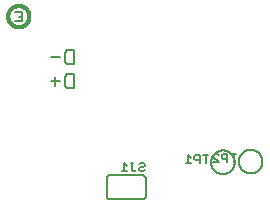
<source format=gbr>
G04 EAGLE Gerber RS-274X export*
G75*
%MOMM*%
%FSLAX34Y34*%
%LPD*%
%INSilkscreen Bottom*%
%IPPOS*%
%AMOC8*
5,1,8,0,0,1.08239X$1,22.5*%
G01*
%ADD10C,0.203200*%
%ADD11C,0.152400*%
%ADD12C,0.304800*%
%ADD13C,0.127000*%


D10*
X175420Y52070D02*
X175423Y52315D01*
X175432Y52561D01*
X175447Y52806D01*
X175468Y53050D01*
X175495Y53294D01*
X175528Y53537D01*
X175567Y53780D01*
X175612Y54021D01*
X175663Y54261D01*
X175720Y54500D01*
X175782Y54737D01*
X175851Y54973D01*
X175925Y55207D01*
X176005Y55439D01*
X176090Y55669D01*
X176181Y55897D01*
X176278Y56122D01*
X176380Y56346D01*
X176488Y56566D01*
X176601Y56784D01*
X176719Y56999D01*
X176843Y57211D01*
X176971Y57420D01*
X177105Y57626D01*
X177244Y57828D01*
X177388Y58027D01*
X177537Y58222D01*
X177690Y58414D01*
X177848Y58602D01*
X178010Y58786D01*
X178178Y58965D01*
X178349Y59141D01*
X178525Y59312D01*
X178704Y59480D01*
X178888Y59642D01*
X179076Y59800D01*
X179268Y59953D01*
X179463Y60102D01*
X179662Y60246D01*
X179864Y60385D01*
X180070Y60519D01*
X180279Y60647D01*
X180491Y60771D01*
X180706Y60889D01*
X180924Y61002D01*
X181144Y61110D01*
X181368Y61212D01*
X181593Y61309D01*
X181821Y61400D01*
X182051Y61485D01*
X182283Y61565D01*
X182517Y61639D01*
X182753Y61708D01*
X182990Y61770D01*
X183229Y61827D01*
X183469Y61878D01*
X183710Y61923D01*
X183953Y61962D01*
X184196Y61995D01*
X184440Y62022D01*
X184684Y62043D01*
X184929Y62058D01*
X185175Y62067D01*
X185420Y62070D01*
X185665Y62067D01*
X185911Y62058D01*
X186156Y62043D01*
X186400Y62022D01*
X186644Y61995D01*
X186887Y61962D01*
X187130Y61923D01*
X187371Y61878D01*
X187611Y61827D01*
X187850Y61770D01*
X188087Y61708D01*
X188323Y61639D01*
X188557Y61565D01*
X188789Y61485D01*
X189019Y61400D01*
X189247Y61309D01*
X189472Y61212D01*
X189696Y61110D01*
X189916Y61002D01*
X190134Y60889D01*
X190349Y60771D01*
X190561Y60647D01*
X190770Y60519D01*
X190976Y60385D01*
X191178Y60246D01*
X191377Y60102D01*
X191572Y59953D01*
X191764Y59800D01*
X191952Y59642D01*
X192136Y59480D01*
X192315Y59312D01*
X192491Y59141D01*
X192662Y58965D01*
X192830Y58786D01*
X192992Y58602D01*
X193150Y58414D01*
X193303Y58222D01*
X193452Y58027D01*
X193596Y57828D01*
X193735Y57626D01*
X193869Y57420D01*
X193997Y57211D01*
X194121Y56999D01*
X194239Y56784D01*
X194352Y56566D01*
X194460Y56346D01*
X194562Y56122D01*
X194659Y55897D01*
X194750Y55669D01*
X194835Y55439D01*
X194915Y55207D01*
X194989Y54973D01*
X195058Y54737D01*
X195120Y54500D01*
X195177Y54261D01*
X195228Y54021D01*
X195273Y53780D01*
X195312Y53537D01*
X195345Y53294D01*
X195372Y53050D01*
X195393Y52806D01*
X195408Y52561D01*
X195417Y52315D01*
X195420Y52070D01*
X195417Y51825D01*
X195408Y51579D01*
X195393Y51334D01*
X195372Y51090D01*
X195345Y50846D01*
X195312Y50603D01*
X195273Y50360D01*
X195228Y50119D01*
X195177Y49879D01*
X195120Y49640D01*
X195058Y49403D01*
X194989Y49167D01*
X194915Y48933D01*
X194835Y48701D01*
X194750Y48471D01*
X194659Y48243D01*
X194562Y48018D01*
X194460Y47794D01*
X194352Y47574D01*
X194239Y47356D01*
X194121Y47141D01*
X193997Y46929D01*
X193869Y46720D01*
X193735Y46514D01*
X193596Y46312D01*
X193452Y46113D01*
X193303Y45918D01*
X193150Y45726D01*
X192992Y45538D01*
X192830Y45354D01*
X192662Y45175D01*
X192491Y44999D01*
X192315Y44828D01*
X192136Y44660D01*
X191952Y44498D01*
X191764Y44340D01*
X191572Y44187D01*
X191377Y44038D01*
X191178Y43894D01*
X190976Y43755D01*
X190770Y43621D01*
X190561Y43493D01*
X190349Y43369D01*
X190134Y43251D01*
X189916Y43138D01*
X189696Y43030D01*
X189472Y42928D01*
X189247Y42831D01*
X189019Y42740D01*
X188789Y42655D01*
X188557Y42575D01*
X188323Y42501D01*
X188087Y42432D01*
X187850Y42370D01*
X187611Y42313D01*
X187371Y42262D01*
X187130Y42217D01*
X186887Y42178D01*
X186644Y42145D01*
X186400Y42118D01*
X186156Y42097D01*
X185911Y42082D01*
X185665Y42073D01*
X185420Y42070D01*
X185175Y42073D01*
X184929Y42082D01*
X184684Y42097D01*
X184440Y42118D01*
X184196Y42145D01*
X183953Y42178D01*
X183710Y42217D01*
X183469Y42262D01*
X183229Y42313D01*
X182990Y42370D01*
X182753Y42432D01*
X182517Y42501D01*
X182283Y42575D01*
X182051Y42655D01*
X181821Y42740D01*
X181593Y42831D01*
X181368Y42928D01*
X181144Y43030D01*
X180924Y43138D01*
X180706Y43251D01*
X180491Y43369D01*
X180279Y43493D01*
X180070Y43621D01*
X179864Y43755D01*
X179662Y43894D01*
X179463Y44038D01*
X179268Y44187D01*
X179076Y44340D01*
X178888Y44498D01*
X178704Y44660D01*
X178525Y44828D01*
X178349Y44999D01*
X178178Y45175D01*
X178010Y45354D01*
X177848Y45538D01*
X177690Y45726D01*
X177537Y45918D01*
X177388Y46113D01*
X177244Y46312D01*
X177105Y46514D01*
X176971Y46720D01*
X176843Y46929D01*
X176719Y47141D01*
X176601Y47356D01*
X176488Y47574D01*
X176380Y47794D01*
X176278Y48018D01*
X176181Y48243D01*
X176090Y48471D01*
X176005Y48701D01*
X175925Y48933D01*
X175851Y49167D01*
X175782Y49403D01*
X175720Y49640D01*
X175663Y49879D01*
X175612Y50119D01*
X175567Y50360D01*
X175528Y50603D01*
X175495Y50846D01*
X175468Y51090D01*
X175447Y51334D01*
X175432Y51579D01*
X175423Y51825D01*
X175420Y52070D01*
D11*
X171025Y51562D02*
X171025Y58172D01*
X173228Y58172D02*
X168822Y58172D01*
X165744Y58172D02*
X165744Y51562D01*
X165744Y58172D02*
X162439Y58172D01*
X161337Y57070D01*
X161337Y54867D01*
X162439Y53765D01*
X165744Y53765D01*
X158260Y55968D02*
X156057Y58172D01*
X156057Y51562D01*
X158260Y51562D02*
X153853Y51562D01*
D10*
X198915Y52705D02*
X198918Y52950D01*
X198927Y53196D01*
X198942Y53441D01*
X198963Y53685D01*
X198990Y53929D01*
X199023Y54172D01*
X199062Y54415D01*
X199107Y54656D01*
X199158Y54896D01*
X199215Y55135D01*
X199277Y55372D01*
X199346Y55608D01*
X199420Y55842D01*
X199500Y56074D01*
X199585Y56304D01*
X199676Y56532D01*
X199773Y56757D01*
X199875Y56981D01*
X199983Y57201D01*
X200096Y57419D01*
X200214Y57634D01*
X200338Y57846D01*
X200466Y58055D01*
X200600Y58261D01*
X200739Y58463D01*
X200883Y58662D01*
X201032Y58857D01*
X201185Y59049D01*
X201343Y59237D01*
X201505Y59421D01*
X201673Y59600D01*
X201844Y59776D01*
X202020Y59947D01*
X202199Y60115D01*
X202383Y60277D01*
X202571Y60435D01*
X202763Y60588D01*
X202958Y60737D01*
X203157Y60881D01*
X203359Y61020D01*
X203565Y61154D01*
X203774Y61282D01*
X203986Y61406D01*
X204201Y61524D01*
X204419Y61637D01*
X204639Y61745D01*
X204863Y61847D01*
X205088Y61944D01*
X205316Y62035D01*
X205546Y62120D01*
X205778Y62200D01*
X206012Y62274D01*
X206248Y62343D01*
X206485Y62405D01*
X206724Y62462D01*
X206964Y62513D01*
X207205Y62558D01*
X207448Y62597D01*
X207691Y62630D01*
X207935Y62657D01*
X208179Y62678D01*
X208424Y62693D01*
X208670Y62702D01*
X208915Y62705D01*
X209160Y62702D01*
X209406Y62693D01*
X209651Y62678D01*
X209895Y62657D01*
X210139Y62630D01*
X210382Y62597D01*
X210625Y62558D01*
X210866Y62513D01*
X211106Y62462D01*
X211345Y62405D01*
X211582Y62343D01*
X211818Y62274D01*
X212052Y62200D01*
X212284Y62120D01*
X212514Y62035D01*
X212742Y61944D01*
X212967Y61847D01*
X213191Y61745D01*
X213411Y61637D01*
X213629Y61524D01*
X213844Y61406D01*
X214056Y61282D01*
X214265Y61154D01*
X214471Y61020D01*
X214673Y60881D01*
X214872Y60737D01*
X215067Y60588D01*
X215259Y60435D01*
X215447Y60277D01*
X215631Y60115D01*
X215810Y59947D01*
X215986Y59776D01*
X216157Y59600D01*
X216325Y59421D01*
X216487Y59237D01*
X216645Y59049D01*
X216798Y58857D01*
X216947Y58662D01*
X217091Y58463D01*
X217230Y58261D01*
X217364Y58055D01*
X217492Y57846D01*
X217616Y57634D01*
X217734Y57419D01*
X217847Y57201D01*
X217955Y56981D01*
X218057Y56757D01*
X218154Y56532D01*
X218245Y56304D01*
X218330Y56074D01*
X218410Y55842D01*
X218484Y55608D01*
X218553Y55372D01*
X218615Y55135D01*
X218672Y54896D01*
X218723Y54656D01*
X218768Y54415D01*
X218807Y54172D01*
X218840Y53929D01*
X218867Y53685D01*
X218888Y53441D01*
X218903Y53196D01*
X218912Y52950D01*
X218915Y52705D01*
X218912Y52460D01*
X218903Y52214D01*
X218888Y51969D01*
X218867Y51725D01*
X218840Y51481D01*
X218807Y51238D01*
X218768Y50995D01*
X218723Y50754D01*
X218672Y50514D01*
X218615Y50275D01*
X218553Y50038D01*
X218484Y49802D01*
X218410Y49568D01*
X218330Y49336D01*
X218245Y49106D01*
X218154Y48878D01*
X218057Y48653D01*
X217955Y48429D01*
X217847Y48209D01*
X217734Y47991D01*
X217616Y47776D01*
X217492Y47564D01*
X217364Y47355D01*
X217230Y47149D01*
X217091Y46947D01*
X216947Y46748D01*
X216798Y46553D01*
X216645Y46361D01*
X216487Y46173D01*
X216325Y45989D01*
X216157Y45810D01*
X215986Y45634D01*
X215810Y45463D01*
X215631Y45295D01*
X215447Y45133D01*
X215259Y44975D01*
X215067Y44822D01*
X214872Y44673D01*
X214673Y44529D01*
X214471Y44390D01*
X214265Y44256D01*
X214056Y44128D01*
X213844Y44004D01*
X213629Y43886D01*
X213411Y43773D01*
X213191Y43665D01*
X212967Y43563D01*
X212742Y43466D01*
X212514Y43375D01*
X212284Y43290D01*
X212052Y43210D01*
X211818Y43136D01*
X211582Y43067D01*
X211345Y43005D01*
X211106Y42948D01*
X210866Y42897D01*
X210625Y42852D01*
X210382Y42813D01*
X210139Y42780D01*
X209895Y42753D01*
X209651Y42732D01*
X209406Y42717D01*
X209160Y42708D01*
X208915Y42705D01*
X208670Y42708D01*
X208424Y42717D01*
X208179Y42732D01*
X207935Y42753D01*
X207691Y42780D01*
X207448Y42813D01*
X207205Y42852D01*
X206964Y42897D01*
X206724Y42948D01*
X206485Y43005D01*
X206248Y43067D01*
X206012Y43136D01*
X205778Y43210D01*
X205546Y43290D01*
X205316Y43375D01*
X205088Y43466D01*
X204863Y43563D01*
X204639Y43665D01*
X204419Y43773D01*
X204201Y43886D01*
X203986Y44004D01*
X203774Y44128D01*
X203565Y44256D01*
X203359Y44390D01*
X203157Y44529D01*
X202958Y44673D01*
X202763Y44822D01*
X202571Y44975D01*
X202383Y45133D01*
X202199Y45295D01*
X202020Y45463D01*
X201844Y45634D01*
X201673Y45810D01*
X201505Y45989D01*
X201343Y46173D01*
X201185Y46361D01*
X201032Y46553D01*
X200883Y46748D01*
X200739Y46947D01*
X200600Y47149D01*
X200466Y47355D01*
X200338Y47564D01*
X200214Y47776D01*
X200096Y47991D01*
X199983Y48209D01*
X199875Y48429D01*
X199773Y48653D01*
X199676Y48878D01*
X199585Y49106D01*
X199500Y49336D01*
X199420Y49568D01*
X199346Y49802D01*
X199277Y50038D01*
X199215Y50275D01*
X199158Y50514D01*
X199107Y50754D01*
X199062Y50995D01*
X199023Y51238D01*
X198990Y51481D01*
X198963Y51725D01*
X198942Y51969D01*
X198927Y52214D01*
X198918Y52460D01*
X198915Y52705D01*
D11*
X194520Y52197D02*
X194520Y58807D01*
X196723Y58807D02*
X192317Y58807D01*
X189239Y58807D02*
X189239Y52197D01*
X189239Y58807D02*
X185934Y58807D01*
X184832Y57705D01*
X184832Y55502D01*
X185934Y54400D01*
X189239Y54400D01*
X181755Y52197D02*
X177348Y52197D01*
X177348Y56603D02*
X181755Y52197D01*
X177348Y56603D02*
X177348Y57705D01*
X178450Y58807D01*
X180653Y58807D01*
X181755Y57705D01*
D12*
X3720Y175260D02*
X3723Y175480D01*
X3731Y175701D01*
X3744Y175921D01*
X3763Y176140D01*
X3788Y176359D01*
X3817Y176578D01*
X3852Y176795D01*
X3893Y177012D01*
X3938Y177228D01*
X3989Y177442D01*
X4045Y177655D01*
X4107Y177867D01*
X4173Y178077D01*
X4245Y178285D01*
X4322Y178492D01*
X4404Y178696D01*
X4490Y178899D01*
X4582Y179099D01*
X4679Y179298D01*
X4780Y179493D01*
X4887Y179686D01*
X4998Y179877D01*
X5113Y180064D01*
X5233Y180249D01*
X5358Y180431D01*
X5487Y180609D01*
X5621Y180785D01*
X5758Y180957D01*
X5900Y181125D01*
X6046Y181291D01*
X6196Y181452D01*
X6350Y181610D01*
X6508Y181764D01*
X6669Y181914D01*
X6835Y182060D01*
X7003Y182202D01*
X7175Y182339D01*
X7351Y182473D01*
X7529Y182602D01*
X7711Y182727D01*
X7896Y182847D01*
X8083Y182962D01*
X8274Y183073D01*
X8467Y183180D01*
X8662Y183281D01*
X8861Y183378D01*
X9061Y183470D01*
X9264Y183556D01*
X9468Y183638D01*
X9675Y183715D01*
X9883Y183787D01*
X10093Y183853D01*
X10305Y183915D01*
X10518Y183971D01*
X10732Y184022D01*
X10948Y184067D01*
X11165Y184108D01*
X11382Y184143D01*
X11601Y184172D01*
X11820Y184197D01*
X12039Y184216D01*
X12259Y184229D01*
X12480Y184237D01*
X12700Y184240D01*
X12920Y184237D01*
X13141Y184229D01*
X13361Y184216D01*
X13580Y184197D01*
X13799Y184172D01*
X14018Y184143D01*
X14235Y184108D01*
X14452Y184067D01*
X14668Y184022D01*
X14882Y183971D01*
X15095Y183915D01*
X15307Y183853D01*
X15517Y183787D01*
X15725Y183715D01*
X15932Y183638D01*
X16136Y183556D01*
X16339Y183470D01*
X16539Y183378D01*
X16738Y183281D01*
X16933Y183180D01*
X17126Y183073D01*
X17317Y182962D01*
X17504Y182847D01*
X17689Y182727D01*
X17871Y182602D01*
X18049Y182473D01*
X18225Y182339D01*
X18397Y182202D01*
X18565Y182060D01*
X18731Y181914D01*
X18892Y181764D01*
X19050Y181610D01*
X19204Y181452D01*
X19354Y181291D01*
X19500Y181125D01*
X19642Y180957D01*
X19779Y180785D01*
X19913Y180609D01*
X20042Y180431D01*
X20167Y180249D01*
X20287Y180064D01*
X20402Y179877D01*
X20513Y179686D01*
X20620Y179493D01*
X20721Y179298D01*
X20818Y179099D01*
X20910Y178899D01*
X20996Y178696D01*
X21078Y178492D01*
X21155Y178285D01*
X21227Y178077D01*
X21293Y177867D01*
X21355Y177655D01*
X21411Y177442D01*
X21462Y177228D01*
X21507Y177012D01*
X21548Y176795D01*
X21583Y176578D01*
X21612Y176359D01*
X21637Y176140D01*
X21656Y175921D01*
X21669Y175701D01*
X21677Y175480D01*
X21680Y175260D01*
X21677Y175040D01*
X21669Y174819D01*
X21656Y174599D01*
X21637Y174380D01*
X21612Y174161D01*
X21583Y173942D01*
X21548Y173725D01*
X21507Y173508D01*
X21462Y173292D01*
X21411Y173078D01*
X21355Y172865D01*
X21293Y172653D01*
X21227Y172443D01*
X21155Y172235D01*
X21078Y172028D01*
X20996Y171824D01*
X20910Y171621D01*
X20818Y171421D01*
X20721Y171222D01*
X20620Y171027D01*
X20513Y170834D01*
X20402Y170643D01*
X20287Y170456D01*
X20167Y170271D01*
X20042Y170089D01*
X19913Y169911D01*
X19779Y169735D01*
X19642Y169563D01*
X19500Y169395D01*
X19354Y169229D01*
X19204Y169068D01*
X19050Y168910D01*
X18892Y168756D01*
X18731Y168606D01*
X18565Y168460D01*
X18397Y168318D01*
X18225Y168181D01*
X18049Y168047D01*
X17871Y167918D01*
X17689Y167793D01*
X17504Y167673D01*
X17317Y167558D01*
X17126Y167447D01*
X16933Y167340D01*
X16738Y167239D01*
X16539Y167142D01*
X16339Y167050D01*
X16136Y166964D01*
X15932Y166882D01*
X15725Y166805D01*
X15517Y166733D01*
X15307Y166667D01*
X15095Y166605D01*
X14882Y166549D01*
X14668Y166498D01*
X14452Y166453D01*
X14235Y166412D01*
X14018Y166377D01*
X13799Y166348D01*
X13580Y166323D01*
X13361Y166304D01*
X13141Y166291D01*
X12920Y166283D01*
X12700Y166280D01*
X12480Y166283D01*
X12259Y166291D01*
X12039Y166304D01*
X11820Y166323D01*
X11601Y166348D01*
X11382Y166377D01*
X11165Y166412D01*
X10948Y166453D01*
X10732Y166498D01*
X10518Y166549D01*
X10305Y166605D01*
X10093Y166667D01*
X9883Y166733D01*
X9675Y166805D01*
X9468Y166882D01*
X9264Y166964D01*
X9061Y167050D01*
X8861Y167142D01*
X8662Y167239D01*
X8467Y167340D01*
X8274Y167447D01*
X8083Y167558D01*
X7896Y167673D01*
X7711Y167793D01*
X7529Y167918D01*
X7351Y168047D01*
X7175Y168181D01*
X7003Y168318D01*
X6835Y168460D01*
X6669Y168606D01*
X6508Y168756D01*
X6350Y168910D01*
X6196Y169068D01*
X6046Y169229D01*
X5900Y169395D01*
X5758Y169563D01*
X5621Y169735D01*
X5487Y169911D01*
X5358Y170089D01*
X5233Y170271D01*
X5113Y170456D01*
X4998Y170643D01*
X4887Y170834D01*
X4780Y171027D01*
X4679Y171222D01*
X4582Y171421D01*
X4490Y171621D01*
X4404Y171824D01*
X4322Y172028D01*
X4245Y172235D01*
X4173Y172443D01*
X4107Y172653D01*
X4045Y172865D01*
X3989Y173078D01*
X3938Y173292D01*
X3893Y173508D01*
X3852Y173725D01*
X3817Y173942D01*
X3788Y174161D01*
X3763Y174380D01*
X3744Y174599D01*
X3731Y174819D01*
X3723Y175040D01*
X3720Y175260D01*
D10*
X9817Y179331D02*
X15240Y179331D01*
X15240Y171196D01*
X9817Y171196D01*
X12528Y175263D02*
X15240Y175263D01*
X89535Y20955D02*
X117475Y20955D01*
X89535Y41275D02*
X89435Y41273D01*
X89336Y41267D01*
X89236Y41257D01*
X89138Y41244D01*
X89039Y41226D01*
X88942Y41205D01*
X88846Y41180D01*
X88750Y41151D01*
X88656Y41118D01*
X88563Y41082D01*
X88472Y41042D01*
X88382Y40998D01*
X88294Y40951D01*
X88208Y40901D01*
X88124Y40847D01*
X88042Y40790D01*
X87963Y40730D01*
X87885Y40666D01*
X87811Y40600D01*
X87739Y40531D01*
X87670Y40459D01*
X87604Y40385D01*
X87540Y40307D01*
X87480Y40228D01*
X87423Y40146D01*
X87369Y40062D01*
X87319Y39976D01*
X87272Y39888D01*
X87228Y39798D01*
X87188Y39707D01*
X87152Y39614D01*
X87119Y39520D01*
X87090Y39424D01*
X87065Y39328D01*
X87044Y39231D01*
X87026Y39132D01*
X87013Y39034D01*
X87003Y38934D01*
X86997Y38835D01*
X86995Y38735D01*
X117475Y41275D02*
X117575Y41273D01*
X117674Y41267D01*
X117774Y41257D01*
X117872Y41244D01*
X117971Y41226D01*
X118068Y41205D01*
X118164Y41180D01*
X118260Y41151D01*
X118354Y41118D01*
X118447Y41082D01*
X118538Y41042D01*
X118628Y40998D01*
X118716Y40951D01*
X118802Y40901D01*
X118886Y40847D01*
X118968Y40790D01*
X119047Y40730D01*
X119125Y40666D01*
X119199Y40600D01*
X119271Y40531D01*
X119340Y40459D01*
X119406Y40385D01*
X119470Y40307D01*
X119530Y40228D01*
X119587Y40146D01*
X119641Y40062D01*
X119691Y39976D01*
X119738Y39888D01*
X119782Y39798D01*
X119822Y39707D01*
X119858Y39614D01*
X119891Y39520D01*
X119920Y39424D01*
X119945Y39328D01*
X119966Y39231D01*
X119984Y39132D01*
X119997Y39034D01*
X120007Y38934D01*
X120013Y38835D01*
X120015Y38735D01*
X120015Y23495D02*
X120013Y23395D01*
X120007Y23296D01*
X119997Y23196D01*
X119984Y23098D01*
X119966Y22999D01*
X119945Y22902D01*
X119920Y22806D01*
X119891Y22710D01*
X119858Y22616D01*
X119822Y22523D01*
X119782Y22432D01*
X119738Y22342D01*
X119691Y22254D01*
X119641Y22168D01*
X119587Y22084D01*
X119530Y22002D01*
X119470Y21923D01*
X119406Y21845D01*
X119340Y21771D01*
X119271Y21699D01*
X119199Y21630D01*
X119125Y21564D01*
X119047Y21500D01*
X118968Y21440D01*
X118886Y21383D01*
X118802Y21329D01*
X118716Y21279D01*
X118628Y21232D01*
X118538Y21188D01*
X118447Y21148D01*
X118354Y21112D01*
X118260Y21079D01*
X118164Y21050D01*
X118068Y21025D01*
X117971Y21004D01*
X117872Y20986D01*
X117774Y20973D01*
X117674Y20963D01*
X117575Y20957D01*
X117475Y20955D01*
X89535Y20955D02*
X89435Y20957D01*
X89336Y20963D01*
X89236Y20973D01*
X89138Y20986D01*
X89039Y21004D01*
X88942Y21025D01*
X88846Y21050D01*
X88750Y21079D01*
X88656Y21112D01*
X88563Y21148D01*
X88472Y21188D01*
X88382Y21232D01*
X88294Y21279D01*
X88208Y21329D01*
X88124Y21383D01*
X88042Y21440D01*
X87963Y21500D01*
X87885Y21564D01*
X87811Y21630D01*
X87739Y21699D01*
X87670Y21771D01*
X87604Y21845D01*
X87540Y21923D01*
X87480Y22002D01*
X87423Y22084D01*
X87369Y22168D01*
X87319Y22254D01*
X87272Y22342D01*
X87228Y22432D01*
X87188Y22523D01*
X87152Y22616D01*
X87119Y22710D01*
X87090Y22806D01*
X87065Y22902D01*
X87044Y22999D01*
X87026Y23098D01*
X87013Y23196D01*
X87003Y23296D01*
X86997Y23395D01*
X86995Y23495D01*
X86995Y38735D01*
X120015Y38735D02*
X120015Y23495D01*
X117475Y41275D02*
X89535Y41275D01*
D11*
X114847Y50085D02*
X115948Y51187D01*
X118151Y51187D01*
X119253Y50085D01*
X119253Y48983D01*
X118151Y47882D01*
X115948Y47882D01*
X114847Y46780D01*
X114847Y45679D01*
X115948Y44577D01*
X118151Y44577D01*
X119253Y45679D01*
X111769Y45679D02*
X110667Y44577D01*
X109566Y44577D01*
X108464Y45679D01*
X108464Y51187D01*
X109566Y51187D02*
X107362Y51187D01*
X104285Y48983D02*
X102082Y51187D01*
X102082Y44577D01*
X104285Y44577D02*
X99878Y44577D01*
D13*
X59055Y114935D02*
X59055Y126375D01*
X59055Y114935D02*
X53335Y114935D01*
X51429Y116842D01*
X51429Y124468D01*
X53335Y126375D01*
X59055Y126375D01*
X47361Y120655D02*
X39735Y120655D01*
X43548Y124468D02*
X43548Y116842D01*
X59055Y135255D02*
X59055Y146695D01*
X59055Y135255D02*
X53335Y135255D01*
X51429Y137162D01*
X51429Y144788D01*
X53335Y146695D01*
X59055Y146695D01*
X47361Y140975D02*
X39735Y140975D01*
M02*

</source>
